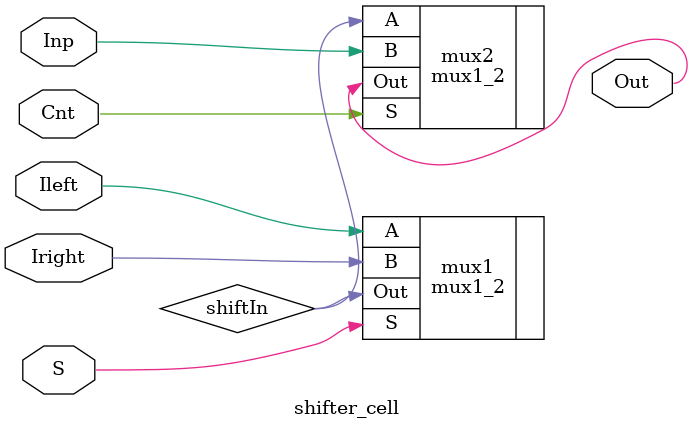
<source format=v>
module shifter_cell(Ileft, Iright, Inp, S, Cnt, Out);
/*each cell of the shifter needs a default input, a lshift input,
and a rshift input. This module sets the behavior for each of the
64 cells in a 16-bit barrel shifter*/
input Ileft, Iright, Inp, Cnt, S;
output Out;

wire shiftIn;//this intermediate signal holds the prospective bit to be shifted in

mux1_2 mux1(.A(Ileft), .B(Iright), .S(S), .Out(shiftIn)); //first mux looks at MSB of op to determine Right/Left
mux1_2 mux2(.A(shiftIn), .B(Inp), .S(Cnt), .Out(Out));//second mux uses appropriate bit of Cnt to determine shift/no shift
													  //If no shift, Out = default(Inp); If shift Out = Shift Input

endmodule
</source>
